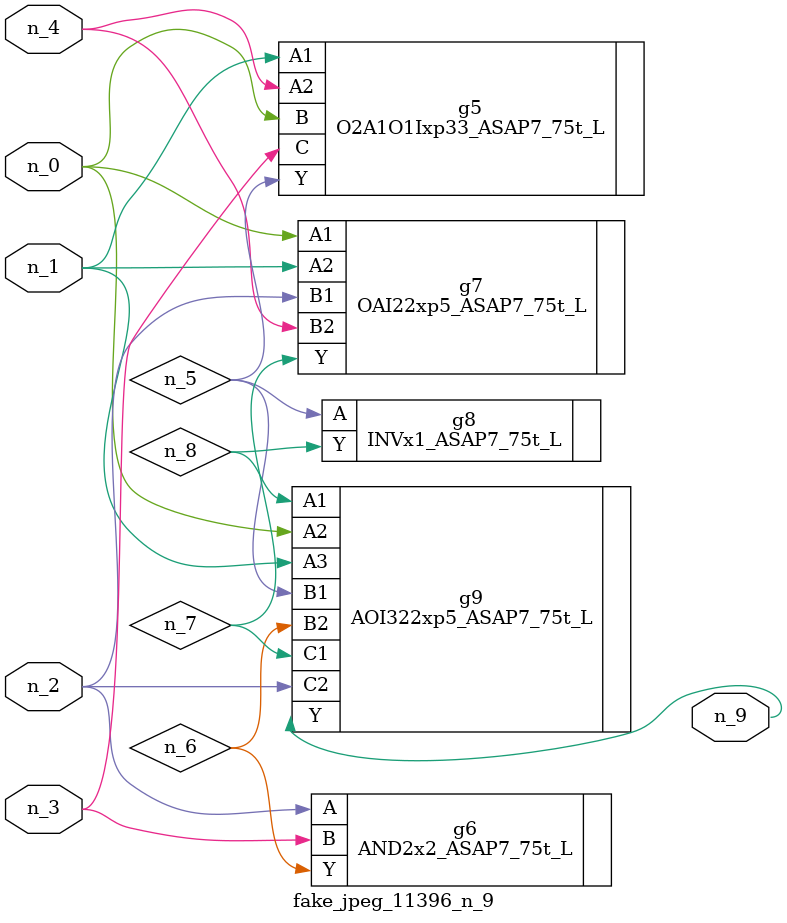
<source format=v>
module fake_jpeg_11396_n_9 (n_3, n_2, n_1, n_0, n_4, n_9);

input n_3;
input n_2;
input n_1;
input n_0;
input n_4;

output n_9;

wire n_8;
wire n_6;
wire n_5;
wire n_7;

O2A1O1Ixp33_ASAP7_75t_L g5 ( 
.A1(n_1),
.A2(n_4),
.B(n_0),
.C(n_3),
.Y(n_5)
);

AND2x2_ASAP7_75t_L g6 ( 
.A(n_2),
.B(n_3),
.Y(n_6)
);

OAI22xp5_ASAP7_75t_L g7 ( 
.A1(n_0),
.A2(n_1),
.B1(n_2),
.B2(n_4),
.Y(n_7)
);

INVx1_ASAP7_75t_L g8 ( 
.A(n_5),
.Y(n_8)
);

AOI322xp5_ASAP7_75t_L g9 ( 
.A1(n_8),
.A2(n_0),
.A3(n_1),
.B1(n_5),
.B2(n_6),
.C1(n_7),
.C2(n_2),
.Y(n_9)
);


endmodule
</source>
